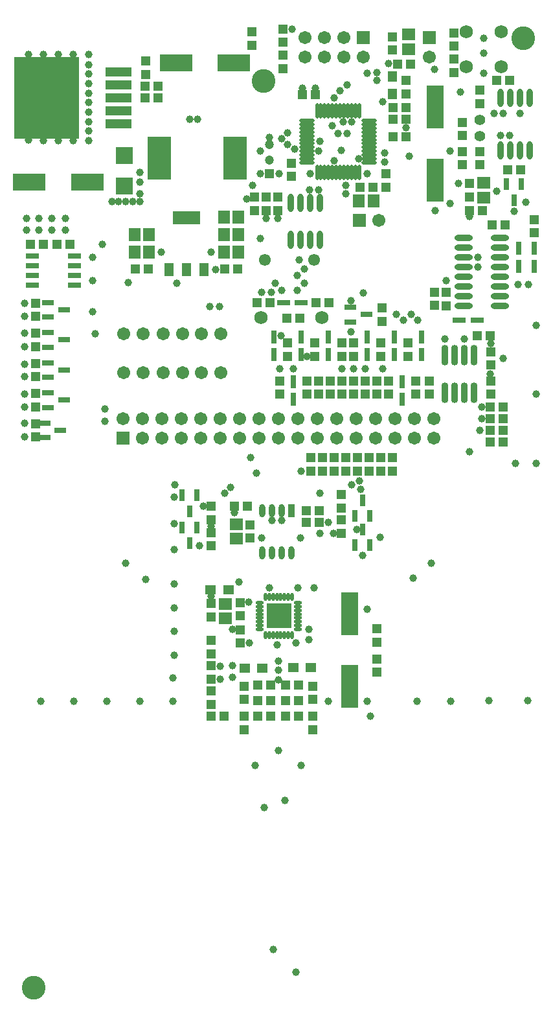
<source format=gts>
%FSDAX24Y24*%
%MOIN*%
%SFA1B1*%

%IPPOS*%
%ADD81R,0.086700X0.086700*%
%ADD82R,0.086700X0.224500*%
%ADD83R,0.029700X0.065100*%
%ADD84R,0.047400X0.051300*%
%ADD85R,0.047400X0.053300*%
%ADD86C,0.047400*%
%ADD87R,0.047400X0.047400*%
%ADD88R,0.051300X0.047400*%
%ADD89R,0.059200X0.067100*%
%ADD90R,0.051300X0.069000*%
%ADD91R,0.051300X0.069000*%
%ADD92R,0.143800X0.069000*%
%ADD93R,0.134000X0.049300*%
%ADD94R,0.334800X0.419400*%
%ADD95R,0.065100X0.029700*%
%ADD96R,0.059200X0.031600*%
%ADD97O,0.035600X0.106400*%
%ADD98R,0.031600X0.059200*%
%ADD99O,0.094600X0.031600*%
%ADD100O,0.019800X0.078900*%
%ADD101O,0.078900X0.019800*%
%ADD102C,0.122000*%
%ADD103R,0.067100X0.059200*%
%ADD104R,0.130000X0.130000*%
%ADD105O,0.017800X0.041500*%
%ADD106O,0.041500X0.017800*%
%ADD107R,0.053300X0.047400*%
%ADD108R,0.165500X0.086700*%
%ADD109R,0.032000X0.067800*%
%ADD110O,0.032000X0.067800*%
%ADD111R,0.122200X0.220600*%
%ADD112O,0.031600X0.094600*%
%ADD113R,0.067800X0.031600*%
%ADD114C,0.067100*%
%ADD115C,0.061200*%
%ADD116R,0.067100X0.067100*%
%ADD117R,0.067100X0.067100*%
%ADD118C,0.068000*%
%ADD119C,0.055200*%
%ADD120C,0.039500*%
%LNde-290817-1*%
%LPD*%
G54D81*
X019150Y055563D03*
Y057137D03*
G54D82*
X030750Y033570D03*
Y029830D03*
X035150Y059620D03*
Y055880D03*
G54D83*
X029650Y046887D03*
Y047813D03*
X028250Y046887D03*
Y047813D03*
X026850Y046887D03*
Y047813D03*
X033050Y046887D03*
Y047813D03*
X031650Y046887D03*
Y047813D03*
X027850Y045513D03*
Y044587D03*
X033450Y045513D03*
Y044587D03*
X040250Y051437D03*
Y052363D03*
X039450D03*
Y051437D03*
X034450Y046887D03*
Y047813D03*
G54D84*
X028950Y046815D03*
Y047485D03*
X027550Y046815D03*
Y047485D03*
X033750Y046815D03*
Y047485D03*
X032350Y046815D03*
Y047485D03*
X030950Y046815D03*
Y047485D03*
X030350Y046815D03*
Y047485D03*
X027150Y045535D03*
Y044865D03*
X028550D03*
Y045535D03*
X029150Y044865D03*
Y045535D03*
X029750Y044865D03*
Y045535D03*
X030350Y044865D03*
Y045535D03*
X030950Y044865D03*
Y045535D03*
X032150Y044865D03*
Y045535D03*
X031550Y044865D03*
Y045535D03*
X032750Y044865D03*
Y045535D03*
X034150D03*
Y044865D03*
X032600Y056185D03*
Y055515D03*
X025700Y062815D03*
Y063485D03*
X020250Y061315D03*
Y061985D03*
X032400Y048615D03*
Y049285D03*
X014590Y042665D03*
Y043335D03*
Y047315D03*
Y047985D03*
Y045765D03*
Y046435D03*
Y048875D03*
Y049545D03*
Y044215D03*
Y044885D03*
X038000Y044865D03*
Y045535D03*
Y047035D03*
Y046365D03*
X030300Y037715D03*
Y038385D03*
Y039685D03*
Y039015D03*
X023600Y037735D03*
Y037065D03*
Y039085D03*
Y038415D03*
X035100Y049425D03*
Y050095D03*
X035700Y050085D03*
Y049415D03*
X026450Y054315D03*
Y054985D03*
X025850Y054315D03*
Y054985D03*
X027050Y054315D03*
Y054985D03*
X027750Y056065D03*
Y056735D03*
X033650Y060985D03*
Y060315D03*
X037450Y060485D03*
Y059815D03*
Y056665D03*
Y057335D03*
X027300Y062965D03*
Y063635D03*
Y061615D03*
Y062285D03*
X034850Y045535D03*
Y044865D03*
X036100Y062765D03*
Y063435D03*
Y061415D03*
Y062085D03*
X025300Y027615D03*
Y028285D03*
X028850Y027615D03*
Y028285D03*
X025300Y029835D03*
Y029165D03*
X028850Y029835D03*
Y029165D03*
X025100Y034135D03*
Y033465D03*
X023600Y034085D03*
Y033415D03*
Y028915D03*
Y029585D03*
Y030885D03*
Y030215D03*
Y031515D03*
Y032185D03*
X032150Y030565D03*
Y031235D03*
Y032785D03*
Y032115D03*
X028750Y041585D03*
Y040915D03*
X029350Y041585D03*
Y040915D03*
X029950Y041585D03*
Y040915D03*
X030550Y041585D03*
Y040915D03*
X031150Y041585D03*
Y040915D03*
X031750Y041585D03*
Y040915D03*
X032350Y041585D03*
Y040915D03*
X032950Y041585D03*
Y040915D03*
X025100Y032065D03*
Y032735D03*
X025600Y037465D03*
Y038135D03*
X032950Y062565D03*
Y063235D03*
X036550Y057335D03*
Y056665D03*
Y058165D03*
Y058835D03*
X036900Y055685D03*
Y055015D03*
X040250Y053165D03*
Y053835D03*
G54D85*
X032950Y061213D03*
Y060287D03*
G54D86*
X026600Y057700D03*
Y056900D03*
G54D87*
X026600Y056200D03*
G54D88*
X038315Y061000D03*
X038985D03*
X020385Y051300D03*
X019715D03*
X020215Y060100D03*
X020885D03*
X020215Y060700D03*
X020885D03*
X025965Y049550D03*
X026635D03*
X028185Y048750D03*
X027515D03*
X029685Y049550D03*
X029015D03*
X015665Y052550D03*
X016335D03*
X037315Y047850D03*
X037985D03*
X037965Y043600D03*
X038635D03*
X037965Y043000D03*
X038635D03*
X037965Y042400D03*
X038635D03*
X037965Y044200D03*
X038635D03*
X038065Y053550D03*
X038735D03*
X032965Y059000D03*
X033635D03*
X032965Y059600D03*
X033635D03*
X031935Y055500D03*
X031265D03*
X028315Y060250D03*
X028985D03*
X033635Y058100D03*
X032965D03*
X028515Y038850D03*
X029185D03*
Y038250D03*
X028515D03*
X026015Y028304D03*
X026685D03*
X027445D03*
X028115D03*
X026015Y029100D03*
X026685D03*
X027445D03*
X028115D03*
X026015Y029900D03*
X026685D03*
X027445D03*
X028115D03*
X023615Y028300D03*
X024285D03*
X024315Y051300D03*
X024985D03*
X025485Y039100D03*
X024815D03*
X037585Y054300D03*
X036915D03*
X014985Y052550D03*
X014315D03*
X038865Y056400D03*
X039535D03*
X033225Y061840D03*
X033895D03*
G54D89*
X020424Y053050D03*
X019676D03*
X020424Y052150D03*
X019676D03*
X031974Y054800D03*
X031226D03*
X024276Y052150D03*
X025024D03*
X024276Y053050D03*
X025024D03*
X024276Y053950D03*
X025024D03*
G54D90*
X021444Y051271D03*
G54D91*
X022350Y051271D03*
X023256D03*
G54D92*
X022350Y053929D03*
G54D93*
X018862Y058761D03*
Y059431D03*
Y060100D03*
Y060769D03*
Y061439D03*
G54D94*
X015142Y060100D03*
G54D95*
X027337Y049550D03*
X028263D03*
X036387Y048650D03*
X037313D03*
G54D96*
X030787Y049324D03*
Y048576D03*
X031613Y048950D03*
X015217Y048024D03*
Y047276D03*
X016043Y047650D03*
X015217Y046474D03*
Y045726D03*
X016043Y046100D03*
X015217Y049574D03*
Y048826D03*
X016043Y049200D03*
X015217Y044924D03*
Y044176D03*
X016043Y044550D03*
X015037Y043374D03*
Y042626D03*
X015863Y043000D03*
G54D97*
X035650Y044935D03*
X036150D03*
X036650D03*
X037150D03*
X035650Y046865D03*
X036150D03*
X036650D03*
X037150D03*
G54D98*
X022874Y038013D03*
X022126D03*
X022500Y037187D03*
X031026Y037087D03*
X031774D03*
X031400Y037913D03*
X031026Y038587D03*
X031774D03*
X031400Y039413D03*
X022874Y039663D03*
X022126D03*
X022500Y038837D03*
X039574Y055663D03*
X038826D03*
X039200Y054837D03*
G54D99*
X038495Y049400D03*
Y049900D03*
Y050400D03*
Y050900D03*
Y051400D03*
Y051900D03*
Y052400D03*
Y052900D03*
X036605Y049400D03*
Y049900D03*
Y050400D03*
Y050900D03*
Y051400D03*
Y051900D03*
Y052400D03*
Y052900D03*
G54D100*
X031233Y056256D03*
X031036D03*
X030839D03*
X030642D03*
X030445D03*
X030248D03*
X030052D03*
X029855D03*
X029658D03*
X029461D03*
X029264D03*
X029067D03*
Y059444D03*
X029264D03*
X029461D03*
X029658D03*
X029855D03*
X030052D03*
X030248D03*
X030445D03*
X030642D03*
X030839D03*
X031036D03*
X031233D03*
G54D101*
X028556Y056767D03*
Y056964D03*
Y057161D03*
Y057358D03*
Y057555D03*
Y057752D03*
Y057948D03*
Y058145D03*
Y058342D03*
Y058539D03*
Y058736D03*
Y058933D03*
X031744D03*
Y058736D03*
Y058539D03*
Y058342D03*
Y058145D03*
Y057948D03*
Y057752D03*
Y057555D03*
Y057358D03*
Y057161D03*
Y056964D03*
Y056767D03*
G54D102*
X026300Y060950D03*
X039678Y063150D03*
X014481Y014331D03*
G54D103*
X024350Y034074D03*
Y033326D03*
X024900Y038174D03*
Y037426D03*
X033780Y063354D03*
Y062606D03*
X037650Y054976D03*
Y055724D03*
G54D104*
X027100Y033450D03*
G54D105*
X026411Y034424D03*
X026608D03*
X026805D03*
X027002D03*
X027198D03*
X027395D03*
X027592D03*
X027789D03*
Y032476D03*
X027592D03*
X027395D03*
X027198D03*
X027002D03*
X026805D03*
X026608D03*
X026411D03*
G54D106*
X028074Y034139D03*
Y033942D03*
Y033745D03*
Y033548D03*
Y033352D03*
Y033155D03*
Y032958D03*
Y032761D03*
X026126D03*
Y032958D03*
Y033155D03*
Y033352D03*
Y033548D03*
Y033745D03*
Y033942D03*
Y034139D03*
G54D107*
X023587Y034800D03*
X024513D03*
X026263Y030750D03*
X025337D03*
X027837Y030800D03*
X028763D03*
G54D108*
X021804Y061900D03*
X024796D03*
X014254Y055750D03*
X017246D03*
G54D109*
X027750Y038850D03*
G54D110*
X027250Y038850D03*
X026750D03*
X026250D03*
X027750Y036685D03*
X027250D03*
X026750D03*
X026250D03*
G54D111*
X024849Y057000D03*
X020951D03*
G54D112*
X038500Y057411D03*
X039000D03*
X039500D03*
X040000D03*
X038500Y060089D03*
X039000D03*
X039500D03*
X040000D03*
X027700Y052805D03*
X028200D03*
X028700D03*
X029200D03*
X027700Y054695D03*
X028200D03*
X028700D03*
X029200D03*
G54D113*
X016579Y050450D03*
Y050950D03*
Y051450D03*
Y051950D03*
X014421Y050450D03*
Y050950D03*
Y051450D03*
Y051950D03*
G54D114*
X019100Y047950D03*
Y045981D03*
X020100Y047950D03*
Y045981D03*
X021147D03*
X022132D03*
X023116D03*
X024100D03*
X021147Y047950D03*
X022132D03*
X023116D03*
X024100D03*
X028450Y062200D03*
Y063200D03*
X029450Y062200D03*
Y063200D03*
X030450Y062200D03*
Y063200D03*
X031450Y062200D03*
X032250Y053800D03*
X034850Y062200D03*
X019080Y043600D03*
X020080Y042600D03*
Y043600D03*
X021080Y042600D03*
Y043600D03*
X022080Y042600D03*
Y043600D03*
X023080Y042600D03*
Y043600D03*
X024080Y042600D03*
Y043600D03*
X025080Y042600D03*
Y043600D03*
X026080Y042600D03*
Y043600D03*
X027080Y042600D03*
Y043600D03*
X028080Y042600D03*
Y043600D03*
X029080Y042600D03*
Y043600D03*
X030080Y042600D03*
Y043600D03*
X031080Y042600D03*
Y043600D03*
X032080Y042600D03*
Y043600D03*
X033080Y042600D03*
Y043600D03*
X034080Y042600D03*
Y043600D03*
X035080Y042600D03*
Y043600D03*
G54D115*
X028930Y051750D03*
X026370D03*
G54D116*
X031450Y063200D03*
X031250Y053800D03*
X019080Y042600D03*
G54D117*
X034850Y063200D03*
G54D118*
X038536Y061714D03*
X036764D03*
X038536Y063486D03*
X036764D03*
X029325Y048800D03*
X026175D03*
G54D119*
X037450Y058137D03*
Y058963D03*
G54D120*
X028975Y060615D03*
X028250Y025750D03*
X025898D03*
X026820Y016300D03*
X027991Y015118D03*
X027080Y026536D03*
X019350Y050600D03*
X023550Y049350D03*
X022900Y059000D03*
X016100Y053300D03*
X015400D03*
X014750D03*
X014100D03*
X036350Y055700D03*
X035900Y057350D03*
X017300Y060833D03*
Y062320D03*
Y061811D03*
Y061322D03*
Y060344D03*
Y059856D03*
Y059367D03*
Y058878D03*
Y058389D03*
Y057900D03*
X019950Y054750D03*
X018500D03*
X019950Y055150D03*
Y055750D03*
Y056250D03*
X018863Y054750D03*
X019588D03*
X019225D03*
X029200Y057850D03*
X021850Y050550D03*
X031400Y036550D03*
X017500Y051900D03*
Y050700D03*
X018150Y043450D03*
Y044100D03*
X030300Y057400D03*
X036450Y060400D03*
X033650Y058550D03*
X027200Y047850D03*
X025750Y055600D03*
X026150Y052850D03*
X031450Y050050D03*
X030800Y048050D03*
X035100Y061550D03*
X040350Y044850D03*
Y041300D03*
Y048400D03*
X025650Y041600D03*
X026200Y037450D03*
X028200D03*
X024700Y030300D03*
Y030900D03*
X025050Y035200D03*
X028900Y034900D03*
X031650Y033800D03*
X021700Y035100D03*
Y033880D03*
Y032660D03*
Y031440D03*
X021650Y030270D03*
X039900Y029100D03*
X037900D03*
X035950Y029050D03*
X034200D03*
X031650D03*
X029650D03*
X021650D03*
X019950D03*
X018250D03*
X016550D03*
X014850D03*
X016531Y057900D03*
Y058389D03*
Y058878D03*
Y059367D03*
Y059856D03*
Y060344D03*
Y061322D03*
Y061811D03*
Y062320D03*
Y060833D03*
X015761Y057900D03*
Y058389D03*
Y058878D03*
Y059367D03*
Y059856D03*
Y060344D03*
Y061322D03*
Y061811D03*
Y062320D03*
Y060833D03*
X014992Y057900D03*
Y058389D03*
Y058878D03*
Y059367D03*
Y059856D03*
Y060344D03*
Y061322D03*
Y061811D03*
Y062320D03*
Y060833D03*
X014222Y060854D03*
Y062320D03*
Y061831D03*
Y061343D03*
Y060365D03*
Y059876D03*
Y059387D03*
Y058898D03*
Y058409D03*
Y057920D03*
X017650Y047950D03*
X017500Y049100D03*
X014030Y042650D03*
Y044200D03*
Y045750D03*
X014100Y053900D03*
X014750D03*
X015400D03*
X016100D03*
X014030Y048850D03*
Y047300D03*
X023600Y052150D03*
X035700Y050700D03*
X033800Y057100D03*
X018000Y052550D03*
X021050Y052150D03*
X032300Y037500D03*
X028150Y051750D03*
X038650Y046700D03*
X022500Y059000D03*
X027765Y063635D03*
X028400Y051300D03*
X026200Y050100D03*
X024050Y049350D03*
X026700Y050100D03*
X028050Y050950D03*
X031300Y039950D03*
X024600Y040050D03*
X024800Y038750D03*
X024700Y032750D03*
X036900Y041900D03*
X038300Y055300D03*
X038650Y059300D03*
X029950Y056850D03*
X028315Y060615D03*
X019200Y036171D03*
X034950Y036150D03*
X020250Y035329D03*
X034000Y035400D03*
X027150Y046150D03*
X027850D03*
X030350D03*
X030950D03*
X031550D03*
X032450D03*
X032550Y057250D03*
Y056800D03*
X036900Y054000D03*
X035150Y054300D03*
X035900Y054650D03*
X039200Y054250D03*
X023850Y051271D03*
X034250Y048650D03*
X033900Y048950D03*
X033500Y048650D03*
X033150Y048950D03*
X014030Y043350D03*
Y047985D03*
Y046400D03*
X029850Y058650D03*
X030250Y060450D03*
X026608Y034900D03*
X028074D03*
X027250Y038350D03*
X026750D03*
X028660Y032760D03*
X024080Y030210D03*
Y030860D03*
X025565Y032065D03*
X027990Y032060D03*
X028660Y032220D03*
X025560Y034150D03*
X027002Y031960D03*
X027080Y031130D03*
Y030650D03*
Y030170D03*
X030617Y060760D03*
X039940Y050510D03*
X039420D03*
X037340Y051400D03*
Y051900D03*
X038510Y058160D03*
X038990Y058170D03*
X039500Y059310D03*
X038170Y059300D03*
X032450Y059900D03*
X030620Y058250D03*
X030150D03*
X030430Y058850D03*
X030850D03*
X028690Y055370D03*
X029140D03*
X030550Y055610D03*
Y055150D03*
X027550Y057700D03*
X027900Y057450D03*
X029150Y057350D03*
X026450Y053900D03*
X027050D03*
X030800Y049650D03*
X035650Y047700D03*
X038000Y047450D03*
X036650Y047700D03*
X031200Y056950D03*
X028550Y046800D03*
X025450Y054900D03*
X027100Y056200D03*
X029650Y038250D03*
X028050Y050200D03*
X027250D03*
X026600Y058050D03*
X027250Y058000D03*
X027550Y058300D03*
X026900Y050550D03*
X028400D03*
X029900Y037700D03*
X029200D03*
Y039750D03*
X024300D03*
X023000Y037050D03*
X023200Y039085D03*
X023600Y038050D03*
Y034450D03*
X037550Y044200D03*
X025950Y040800D03*
X031250Y040400D03*
X037550Y043600D03*
X021750Y040200D03*
X037450Y043000D03*
X031800Y028300D03*
X026350Y023600D03*
X027400Y023950D03*
X026150Y056200D03*
Y057350D03*
X028700Y056200D03*
X031650D03*
X032150Y061000D03*
X029950Y060100D03*
X021700Y036850D03*
Y038200D03*
Y039550D03*
X032750Y061850D03*
X037650Y063150D03*
Y062400D03*
Y061350D03*
X030850Y040200D03*
X031100Y037900D03*
X014030Y044850D03*
X031650Y061350D03*
X032150Y061400D03*
X028235Y040915D03*
X039290Y041300D03*
X037990Y045910D03*
X039820Y054730D03*
X014030Y049540D03*
M02*
</source>
